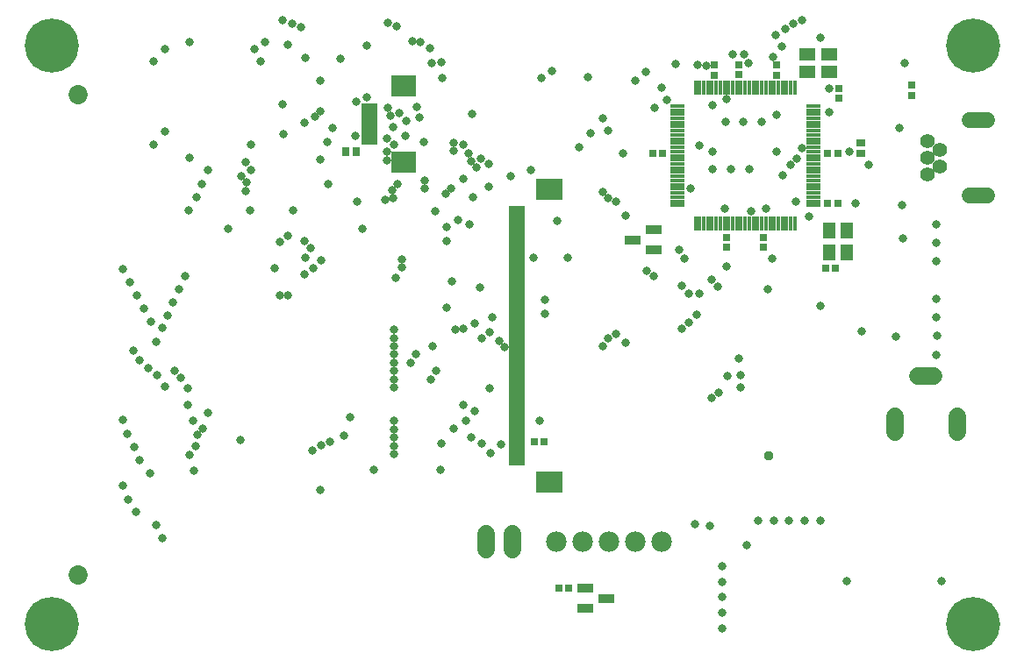
<source format=gbr>
G04 EAGLE Gerber RS-274X export*
G75*
%MOMM*%
%FSLAX34Y34*%
%LPD*%
%INSoldermask Bottom*%
%IPPOS*%
%AMOC8*
5,1,8,0,0,1.08239X$1,22.5*%
G01*
G04 Define Apertures*
%ADD10R,1.600200X0.533400*%
%ADD11R,2.514600X2.006600*%
%ADD12R,1.503200X0.503200*%
%ADD13R,2.403200X2.103200*%
%ADD14R,1.358900X0.381000*%
%ADD15R,0.381000X1.358900*%
%ADD16C,1.511200*%
%ADD17C,1.411200*%
%ADD18C,1.711200*%
%ADD19C,1.981200*%
%ADD20C,1.727200*%
%ADD21R,0.711200X0.762000*%
%ADD22R,0.762000X0.711200*%
%ADD23R,1.524000X0.812800*%
%ADD24R,1.303200X1.503200*%
%ADD25R,1.503200X1.303200*%
%ADD26C,1.853200*%
%ADD27R,0.738300X0.847200*%
%ADD28R,0.847200X0.738300*%
%ADD29C,0.809600*%
%ADD30C,0.959600*%
%ADD31C,5.219200*%
D10*
X486939Y194200D03*
X486939Y199200D03*
X486939Y204200D03*
X486939Y209200D03*
X486939Y214200D03*
X486939Y219200D03*
X486939Y224200D03*
X486939Y229200D03*
X486939Y234200D03*
X486939Y239200D03*
X486939Y244200D03*
X486939Y249200D03*
X486939Y254200D03*
X486939Y259200D03*
X486939Y264200D03*
X486939Y269200D03*
X486939Y274200D03*
X486939Y279200D03*
X486939Y284200D03*
X486939Y289200D03*
X486939Y294200D03*
X486939Y299200D03*
X486939Y304200D03*
X486939Y309200D03*
X486939Y314200D03*
X486939Y319200D03*
X486939Y324200D03*
X486939Y329200D03*
X486939Y334200D03*
X486939Y339200D03*
X486939Y344200D03*
X486939Y349200D03*
X486939Y354200D03*
X486939Y359200D03*
X486939Y364200D03*
X486939Y369200D03*
X486939Y374200D03*
X486939Y379200D03*
X486939Y384200D03*
X486939Y389200D03*
X486939Y394200D03*
X486939Y399200D03*
X486939Y404200D03*
X486939Y409200D03*
X486939Y414200D03*
X486939Y419200D03*
X486939Y424200D03*
X486939Y429200D03*
X486939Y434200D03*
X486939Y439200D03*
D11*
X518399Y175200D03*
X518399Y458200D03*
D12*
X345074Y538678D03*
X345074Y533678D03*
X345074Y528678D03*
X345074Y523678D03*
X345074Y518678D03*
X345074Y513678D03*
X345074Y508678D03*
X345074Y503678D03*
D13*
X377574Y558178D03*
X377574Y484178D03*
D14*
X641730Y442640D03*
X641730Y446640D03*
X641730Y450640D03*
X641730Y454640D03*
X641730Y458640D03*
X641730Y462640D03*
X641730Y466640D03*
X641730Y470640D03*
X641730Y474640D03*
X641730Y478640D03*
X641730Y482640D03*
X641730Y486640D03*
X641730Y490640D03*
X641730Y494640D03*
X641730Y498640D03*
X641730Y502640D03*
X641730Y506640D03*
X641730Y510640D03*
X641730Y514640D03*
X641730Y518640D03*
X641730Y522640D03*
X641730Y526640D03*
X641730Y530640D03*
X641730Y534640D03*
X641730Y538640D03*
D15*
X659452Y556362D03*
X663452Y556362D03*
X667452Y556362D03*
X671452Y556362D03*
X675452Y556362D03*
X679452Y556362D03*
X683452Y556362D03*
X687452Y556362D03*
X691452Y556362D03*
X695452Y556362D03*
X699452Y556362D03*
X703452Y556362D03*
X707452Y556362D03*
X711452Y556362D03*
X715452Y556362D03*
X719452Y556362D03*
X723452Y556362D03*
X727452Y556362D03*
X731452Y556362D03*
X735452Y556362D03*
X739452Y556362D03*
X743452Y556362D03*
X747452Y556362D03*
X751452Y556362D03*
X755452Y556362D03*
D14*
X773174Y538640D03*
X773174Y534640D03*
X773174Y530640D03*
X773174Y526640D03*
X773174Y522640D03*
X773174Y518640D03*
X773174Y514640D03*
X773174Y510640D03*
X773174Y506640D03*
X773174Y502640D03*
X773174Y498640D03*
X773174Y494640D03*
X773174Y490640D03*
X773174Y486640D03*
X773174Y482640D03*
X773174Y478640D03*
X773174Y474640D03*
X773174Y470640D03*
X773174Y466640D03*
X773174Y462640D03*
X773174Y458640D03*
X773174Y454640D03*
X773174Y450640D03*
X773174Y446640D03*
X773174Y442640D03*
D15*
X755452Y424918D03*
X751452Y424918D03*
X747452Y424918D03*
X743452Y424918D03*
X739452Y424918D03*
X735452Y424918D03*
X731452Y424918D03*
X727452Y424918D03*
X723452Y424918D03*
X719452Y424918D03*
X715452Y424918D03*
X711452Y424918D03*
X707452Y424918D03*
X703452Y424918D03*
X699452Y424918D03*
X695452Y424918D03*
X691452Y424918D03*
X687452Y424918D03*
X683452Y424918D03*
X679452Y424918D03*
X675452Y424918D03*
X671452Y424918D03*
X667452Y424918D03*
X663452Y424918D03*
X659452Y424918D03*
D16*
X923800Y451996D02*
X941200Y451996D01*
X941200Y524996D02*
X923800Y524996D01*
D17*
X883000Y472496D03*
X895500Y480496D03*
X883000Y488496D03*
X895500Y496496D03*
X883000Y504496D03*
D18*
X851812Y238443D02*
X851812Y223363D01*
X911812Y223363D02*
X911812Y238443D01*
X889352Y277903D02*
X874272Y277903D01*
D19*
X626659Y117860D03*
X601259Y117860D03*
X575859Y117860D03*
X550459Y117860D03*
X525059Y117860D03*
D20*
X483170Y125446D02*
X483170Y110206D01*
X457770Y110206D02*
X457770Y125446D01*
D21*
X618036Y492724D03*
X627434Y492724D03*
D22*
X677337Y577924D03*
X677337Y568526D03*
X701531Y578355D03*
X701531Y568957D03*
X737829Y577924D03*
X737829Y568526D03*
X689506Y402518D03*
X689506Y411916D03*
X725293Y402518D03*
X725293Y411916D03*
D21*
X796679Y444508D03*
X787281Y444508D03*
X796679Y492819D03*
X787281Y492819D03*
D23*
X553211Y53602D03*
X553211Y72602D03*
X573515Y63102D03*
D21*
X536956Y72554D03*
X527558Y72554D03*
D24*
X788653Y397424D03*
X788653Y418424D03*
X805153Y418424D03*
X805153Y397424D03*
D25*
X788213Y571764D03*
X767213Y571764D03*
X767213Y588264D03*
X788213Y588264D03*
D21*
X794818Y381623D03*
X785420Y381623D03*
D22*
X798213Y555200D03*
X798213Y545802D03*
D21*
X513311Y214318D03*
X503913Y214318D03*
D23*
X618943Y418899D03*
X618943Y399899D03*
X598639Y409399D03*
D26*
X63500Y549150D03*
X63500Y85850D03*
D27*
X321688Y494517D03*
X331838Y494517D03*
D28*
X819076Y503183D03*
X819076Y493033D03*
D22*
X868057Y549032D03*
X868057Y558430D03*
D29*
X673807Y132831D03*
X756408Y446640D03*
X727379Y439112D03*
X814106Y444354D03*
X687392Y439205D03*
X675541Y539074D03*
X737762Y494735D03*
X737819Y530159D03*
X788406Y555094D03*
X675796Y494637D03*
X297246Y167321D03*
X643683Y399889D03*
X331603Y509866D03*
X788486Y532660D03*
X521192Y571987D03*
X510912Y565494D03*
X297790Y562789D03*
X415220Y565494D03*
X780000Y137891D03*
X765000Y137891D03*
X750000Y137891D03*
X735000Y137891D03*
X720000Y137891D03*
X685201Y94001D03*
X685201Y79001D03*
X685201Y64001D03*
X685201Y49001D03*
X685201Y34001D03*
X589453Y493149D03*
X220506Y215826D03*
X169601Y249511D03*
X705948Y522935D03*
X253512Y381959D03*
X229986Y438066D03*
X271459Y437463D03*
X729463Y361743D03*
X689301Y383663D03*
X669980Y577830D03*
X688297Y522935D03*
X723301Y522935D03*
X693844Y477834D03*
X676194Y477834D03*
X711198Y477834D03*
X536634Y391749D03*
X503142Y391749D03*
X297250Y487128D03*
X706487Y588280D03*
X341981Y547339D03*
X689755Y545409D03*
X713527Y436812D03*
X734304Y585673D03*
X826526Y481862D03*
X807976Y494159D03*
X859174Y442851D03*
X859702Y410923D03*
X780025Y345748D03*
X861285Y579797D03*
D30*
X729765Y201095D03*
D31*
X927100Y38100D03*
X927100Y596900D03*
X38100Y596900D03*
X38100Y38100D03*
D29*
X780303Y604405D03*
X695445Y588280D03*
X742876Y596453D03*
X805300Y79514D03*
X897120Y79514D03*
X856017Y517361D03*
X547321Y498908D03*
X601453Y562726D03*
X626862Y556375D03*
X663396Y500832D03*
X661286Y578378D03*
X304352Y504204D03*
X309225Y517385D03*
X508836Y234332D03*
X654514Y458510D03*
X640130Y578859D03*
X708924Y114522D03*
X659176Y134468D03*
X632132Y544429D03*
X372041Y463459D03*
X397917Y466727D03*
X386358Y601092D03*
X367159Y457610D03*
X398147Y459139D03*
X393946Y600472D03*
X426543Y503121D03*
X367864Y450022D03*
X423696Y458928D03*
X435462Y501656D03*
X360276Y448278D03*
X418269Y453624D03*
X337822Y420144D03*
X208876Y420157D03*
X419375Y421570D03*
X440227Y492380D03*
X368486Y322559D03*
X225721Y456275D03*
X430326Y428196D03*
X428046Y322532D03*
X444405Y450871D03*
X368486Y314565D03*
X226031Y464918D03*
X453206Y314307D03*
X460388Y460947D03*
X368486Y306437D03*
X406176Y306775D03*
X221313Y470999D03*
X408235Y436892D03*
X405355Y580150D03*
X368486Y298563D03*
X389604Y298563D03*
X278673Y615082D03*
X746470Y613073D03*
X370977Y615534D03*
X750917Y481719D03*
X753975Y618391D03*
X368486Y290303D03*
X270274Y618372D03*
X362492Y618760D03*
X384286Y290303D03*
X757203Y487958D03*
X368486Y282584D03*
X409552Y282567D03*
X414138Y581241D03*
X316609Y584426D03*
X368486Y274433D03*
X403808Y273977D03*
X266151Y598132D03*
X403087Y594376D03*
X368486Y266559D03*
X230515Y476317D03*
X460823Y265980D03*
X481528Y470512D03*
X514439Y351751D03*
X298600Y210441D03*
X514241Y338106D03*
X305018Y463389D03*
X333260Y445999D03*
X501072Y476551D03*
X306474Y214335D03*
X662964Y356964D03*
X660342Y337080D03*
X362018Y486317D03*
X459853Y482267D03*
X463238Y334168D03*
X653450Y329200D03*
X320573Y219897D03*
X446777Y244171D03*
X653450Y357057D03*
X448327Y479342D03*
X446408Y328885D03*
X362018Y494824D03*
X646087Y364799D03*
X326074Y237974D03*
X435634Y323568D03*
X435779Y250111D03*
X646087Y323882D03*
X368631Y501307D03*
X442936Y484792D03*
X583192Y318213D03*
X348797Y186845D03*
X413446Y186827D03*
X414365Y212657D03*
X453352Y212657D03*
X583224Y446568D03*
X426543Y495533D03*
X362105Y507019D03*
X461313Y320484D03*
X575604Y313882D03*
X461935Y203212D03*
X469959Y311707D03*
X575604Y449525D03*
X575609Y515006D03*
X368087Y518281D03*
X368486Y202551D03*
X570167Y306379D03*
X368486Y210425D03*
X471793Y211609D03*
X475090Y306107D03*
X570157Y455203D03*
X570528Y526386D03*
X373620Y531930D03*
X703003Y266923D03*
X702951Y278423D03*
X289981Y205621D03*
X281969Y408057D03*
X419524Y344200D03*
X419375Y408057D03*
X681109Y363906D03*
X681479Y261605D03*
X675419Y371151D03*
X674860Y256287D03*
X690073Y278096D03*
X701632Y294794D03*
X290450Y381875D03*
X376279Y383007D03*
X380632Y523901D03*
X368486Y218554D03*
X443107Y218423D03*
X451882Y363603D03*
X362543Y537211D03*
X443577Y530580D03*
X452632Y487585D03*
X368486Y226418D03*
X425815Y226703D03*
X230577Y501317D03*
X424897Y369156D03*
X435861Y468060D03*
X368486Y234562D03*
X438122Y234445D03*
X441761Y424384D03*
X365165Y529102D03*
X393286Y527390D03*
X397471Y504156D03*
X298619Y389297D03*
X376279Y390595D03*
X379446Y510005D03*
X282598Y376144D03*
X370493Y372745D03*
X390894Y538026D03*
X283181Y585088D03*
X262316Y511317D03*
X762588Y621808D03*
X260833Y621808D03*
X260820Y540178D03*
X762658Y497545D03*
X744071Y472011D03*
X736776Y607089D03*
X225259Y484585D03*
X282619Y522243D03*
X292615Y527958D03*
X297495Y533810D03*
X619508Y374336D03*
X619780Y537206D03*
X612094Y379518D03*
X611306Y571821D03*
X733439Y390899D03*
X649114Y390899D03*
X710919Y580056D03*
X170403Y438146D03*
X174919Y234364D03*
X233890Y593900D03*
X147949Y593900D03*
X147949Y514350D03*
X239784Y581450D03*
X136423Y581450D03*
X136423Y501650D03*
X244111Y599962D03*
X171398Y488783D03*
X171398Y599962D03*
X145369Y121072D03*
X147484Y267959D03*
X139576Y133640D03*
X139864Y278260D03*
X119725Y146244D03*
X131527Y285647D03*
X112236Y158731D03*
X123195Y292564D03*
X117066Y302032D03*
X106968Y171730D03*
X133762Y330401D03*
X133548Y184150D03*
X127068Y343148D03*
X123363Y196860D03*
X120502Y355638D03*
X117871Y209565D03*
X113353Y368173D03*
X111358Y222100D03*
X106610Y235485D03*
X106788Y381224D03*
X150411Y336565D03*
X177506Y210423D03*
X144979Y323906D03*
X171143Y201745D03*
X139465Y310986D03*
X175436Y186356D03*
X166979Y374540D03*
X169601Y265816D03*
X189300Y476324D03*
X189298Y242513D03*
X183593Y463581D03*
X183822Y226765D03*
X177897Y450861D03*
X178794Y221062D03*
X266301Y413549D03*
X266424Y356007D03*
X258439Y355470D03*
X258815Y407700D03*
X155068Y348974D03*
X156596Y282889D03*
X161321Y361818D03*
X162946Y276381D03*
X283033Y391883D03*
X525782Y427245D03*
X592501Y309981D03*
X287868Y401388D03*
X592468Y432563D03*
X892091Y424583D03*
X892091Y406647D03*
X892091Y388612D03*
X769163Y431493D03*
X820176Y320971D03*
X853196Y316163D03*
X892091Y352674D03*
X892091Y334481D03*
X892644Y316495D03*
X892085Y298439D03*
X555780Y566215D03*
X558623Y512589D03*
X342031Y596882D03*
X332408Y543039D03*
M02*

</source>
